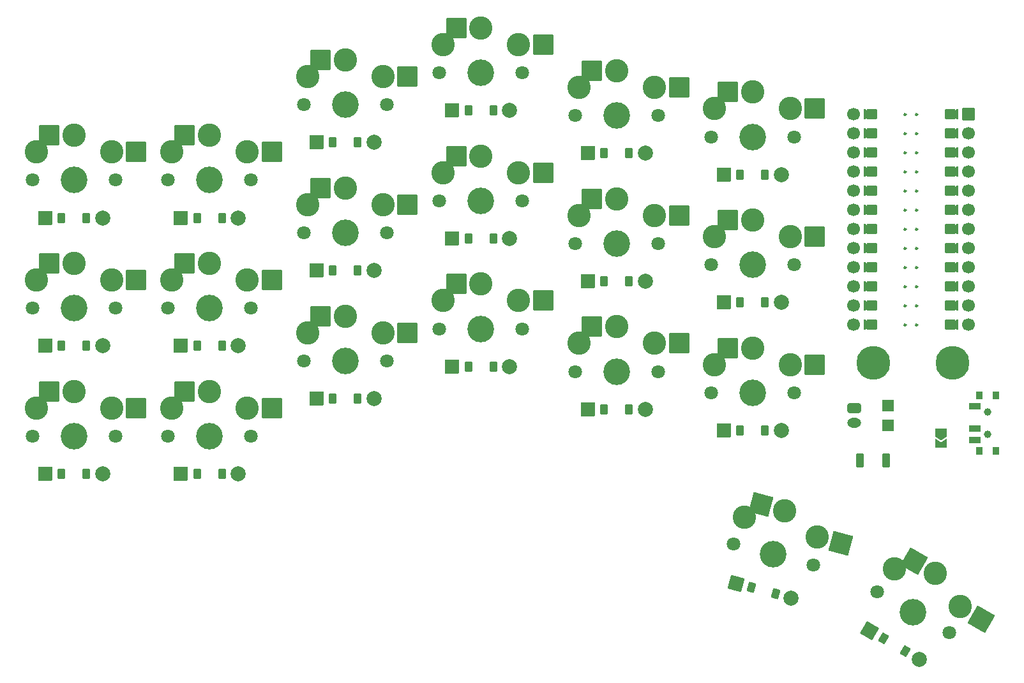
<source format=gbr>
%TF.GenerationSoftware,KiCad,Pcbnew,(7.0.0-0)*%
%TF.CreationDate,2023-02-19T20:14:33+01:00*%
%TF.ProjectId,karlkb_6x3,6b61726c-6b62-45f3-9678-332e6b696361,v0.1*%
%TF.SameCoordinates,Original*%
%TF.FileFunction,Soldermask,Bot*%
%TF.FilePolarity,Negative*%
%FSLAX46Y46*%
G04 Gerber Fmt 4.6, Leading zero omitted, Abs format (unit mm)*
G04 Created by KiCad (PCBNEW (7.0.0-0)) date 2023-02-19 20:14:33*
%MOMM*%
%LPD*%
G01*
G04 APERTURE LIST*
G04 Aperture macros list*
%AMRoundRect*
0 Rectangle with rounded corners*
0 $1 Rounding radius*
0 $2 $3 $4 $5 $6 $7 $8 $9 X,Y pos of 4 corners*
0 Add a 4 corners polygon primitive as box body*
4,1,4,$2,$3,$4,$5,$6,$7,$8,$9,$2,$3,0*
0 Add four circle primitives for the rounded corners*
1,1,$1+$1,$2,$3*
1,1,$1+$1,$4,$5*
1,1,$1+$1,$6,$7*
1,1,$1+$1,$8,$9*
0 Add four rect primitives between the rounded corners*
20,1,$1+$1,$2,$3,$4,$5,0*
20,1,$1+$1,$4,$5,$6,$7,0*
20,1,$1+$1,$6,$7,$8,$9,0*
20,1,$1+$1,$8,$9,$2,$3,0*%
%AMFreePoly0*
4,1,14,0.635355,0.435355,0.650000,0.400000,0.650000,0.200000,0.635355,0.164645,0.035355,-0.435355,0.000000,-0.450000,-0.035355,-0.435355,-0.635355,0.164645,-0.650000,0.200000,-0.650000,0.400000,-0.635355,0.435355,-0.600000,0.450000,0.600000,0.450000,0.635355,0.435355,0.635355,0.435355,$1*%
%AMFreePoly1*
4,1,16,0.635355,1.035355,0.650000,1.000000,0.650000,-0.250000,0.635355,-0.285355,0.600000,-0.300000,-0.600000,-0.300000,-0.635355,-0.285355,-0.650000,-0.250000,-0.650000,1.000000,-0.635355,1.035355,-0.600000,1.050000,-0.564645,1.035355,0.000000,0.470710,0.564645,1.035355,0.600000,1.050000,0.635355,1.035355,0.635355,1.035355,$1*%
%AMFreePoly2*
4,1,16,0.523593,0.794084,0.541603,0.777735,1.041603,0.027735,1.050000,0.000000,1.041603,-0.027735,0.541603,-0.777735,0.523593,-0.794084,0.500000,-0.800000,-0.500000,-0.800000,-0.535355,-0.785355,-0.550000,-0.750000,-0.550000,0.750000,-0.535355,0.785355,-0.500000,0.800000,0.500000,0.800000,0.523593,0.794084,0.523593,0.794084,$1*%
%AMFreePoly3*
4,1,16,0.535355,0.785355,0.550000,0.750000,0.550000,-0.750000,0.535355,-0.785355,0.500000,-0.800000,-0.650000,-0.800000,-0.682954,-0.787603,-0.699568,-0.756561,-0.691603,-0.722265,-0.210093,0.000000,-0.691603,0.722265,-0.699568,0.756561,-0.682954,0.787603,-0.650000,0.800000,0.500000,0.800000,0.535355,0.785355,0.535355,0.785355,$1*%
G04 Aperture macros list end*
%ADD10C,0.100000*%
%ADD11C,0.250000*%
%ADD12C,3.529000*%
%ADD13C,1.801800*%
%ADD14C,3.100000*%
%ADD15RoundRect,0.050000X-1.300000X-1.300000X1.300000X-1.300000X1.300000X1.300000X-1.300000X1.300000X0*%
%ADD16RoundRect,0.050000X-1.592168X-0.919239X0.919239X-1.592168X1.592168X0.919239X-0.919239X1.592168X0*%
%ADD17RoundRect,0.050000X-1.775833X-0.475833X0.475833X-1.775833X1.775833X0.475833X-0.475833X1.775833X0*%
%ADD18RoundRect,0.050000X-0.450000X-0.600000X0.450000X-0.600000X0.450000X0.600000X-0.450000X0.600000X0*%
%ADD19C,2.005000*%
%ADD20RoundRect,0.050000X-0.889000X-0.889000X0.889000X-0.889000X0.889000X0.889000X-0.889000X0.889000X0*%
%ADD21RoundRect,0.050000X-0.589958X-0.463087X0.279375X-0.696024X0.589958X0.463087X-0.279375X0.696024X0*%
%ADD22RoundRect,0.050000X-1.088798X-0.628618X0.628618X-1.088798X1.088798X0.628618X-0.628618X1.088798X0*%
%ADD23RoundRect,0.050000X-0.689711X-0.294615X0.089711X-0.744615X0.689711X0.294615X-0.089711X0.744615X0*%
%ADD24RoundRect,0.050000X-1.214397X-0.325397X0.325397X-1.214397X1.214397X0.325397X-0.325397X1.214397X0*%
%ADD25FreePoly0,270.000000*%
%ADD26FreePoly1,270.000000*%
%ADD27FreePoly1,90.000000*%
%ADD28FreePoly0,90.000000*%
%ADD29RoundRect,0.050000X-0.800000X0.800000X-0.800000X-0.800000X0.800000X-0.800000X0.800000X0.800000X0*%
%ADD30C,1.700000*%
%ADD31RoundRect,0.300000X-0.625000X-0.350000X0.625000X-0.350000X0.625000X0.350000X-0.625000X0.350000X0*%
%ADD32O,1.850000X1.300000*%
%ADD33RoundRect,0.050000X-0.750000X-0.750000X0.750000X-0.750000X0.750000X0.750000X-0.750000X0.750000X0*%
%ADD34FreePoly2,270.000000*%
%ADD35FreePoly3,270.000000*%
%ADD36C,1.000000*%
%ADD37RoundRect,0.050000X0.750000X-0.350000X0.750000X0.350000X-0.750000X0.350000X-0.750000X-0.350000X0*%
%ADD38RoundRect,0.050000X0.400000X-0.500000X0.400000X0.500000X-0.400000X0.500000X-0.400000X-0.500000X0*%
%ADD39RoundRect,0.050000X-0.450000X-0.850000X0.450000X-0.850000X0.450000X0.850000X-0.450000X0.850000X0*%
%ADD40C,4.500000*%
G04 APERTURE END LIST*
%TO.C,MCU1*%
G36*
X255920000Y-107788000D02*
G01*
X254904000Y-107788000D01*
X254904000Y-106772000D01*
X255920000Y-106772000D01*
X255920000Y-107788000D01*
G37*
D10*
X255920000Y-107788000D02*
X254904000Y-107788000D01*
X254904000Y-106772000D01*
X255920000Y-106772000D01*
X255920000Y-107788000D01*
G36*
X255920000Y-110328000D02*
G01*
X254904000Y-110328000D01*
X254904000Y-109312000D01*
X255920000Y-109312000D01*
X255920000Y-110328000D01*
G37*
X255920000Y-110328000D02*
X254904000Y-110328000D01*
X254904000Y-109312000D01*
X255920000Y-109312000D01*
X255920000Y-110328000D01*
G36*
X255920000Y-112868000D02*
G01*
X254904000Y-112868000D01*
X254904000Y-111852000D01*
X255920000Y-111852000D01*
X255920000Y-112868000D01*
G37*
X255920000Y-112868000D02*
X254904000Y-112868000D01*
X254904000Y-111852000D01*
X255920000Y-111852000D01*
X255920000Y-112868000D01*
G36*
X255920000Y-115408000D02*
G01*
X254904000Y-115408000D01*
X254904000Y-114392000D01*
X255920000Y-114392000D01*
X255920000Y-115408000D01*
G37*
X255920000Y-115408000D02*
X254904000Y-115408000D01*
X254904000Y-114392000D01*
X255920000Y-114392000D01*
X255920000Y-115408000D01*
G36*
X255920000Y-117948000D02*
G01*
X254904000Y-117948000D01*
X254904000Y-116932000D01*
X255920000Y-116932000D01*
X255920000Y-117948000D01*
G37*
X255920000Y-117948000D02*
X254904000Y-117948000D01*
X254904000Y-116932000D01*
X255920000Y-116932000D01*
X255920000Y-117948000D01*
G36*
X255920000Y-120488000D02*
G01*
X254904000Y-120488000D01*
X254904000Y-119472000D01*
X255920000Y-119472000D01*
X255920000Y-120488000D01*
G37*
X255920000Y-120488000D02*
X254904000Y-120488000D01*
X254904000Y-119472000D01*
X255920000Y-119472000D01*
X255920000Y-120488000D01*
G36*
X255920000Y-123028000D02*
G01*
X254904000Y-123028000D01*
X254904000Y-122012000D01*
X255920000Y-122012000D01*
X255920000Y-123028000D01*
G37*
X255920000Y-123028000D02*
X254904000Y-123028000D01*
X254904000Y-122012000D01*
X255920000Y-122012000D01*
X255920000Y-123028000D01*
G36*
X255920000Y-125568000D02*
G01*
X254904000Y-125568000D01*
X254904000Y-124552000D01*
X255920000Y-124552000D01*
X255920000Y-125568000D01*
G37*
X255920000Y-125568000D02*
X254904000Y-125568000D01*
X254904000Y-124552000D01*
X255920000Y-124552000D01*
X255920000Y-125568000D01*
G36*
X255920000Y-128108000D02*
G01*
X254904000Y-128108000D01*
X254904000Y-127092000D01*
X255920000Y-127092000D01*
X255920000Y-128108000D01*
G37*
X255920000Y-128108000D02*
X254904000Y-128108000D01*
X254904000Y-127092000D01*
X255920000Y-127092000D01*
X255920000Y-128108000D01*
G36*
X255920000Y-130648000D02*
G01*
X254904000Y-130648000D01*
X254904000Y-129632000D01*
X255920000Y-129632000D01*
X255920000Y-130648000D01*
G37*
X255920000Y-130648000D02*
X254904000Y-130648000D01*
X254904000Y-129632000D01*
X255920000Y-129632000D01*
X255920000Y-130648000D01*
G36*
X255920000Y-133188000D02*
G01*
X254904000Y-133188000D01*
X254904000Y-132172000D01*
X255920000Y-132172000D01*
X255920000Y-133188000D01*
G37*
X255920000Y-133188000D02*
X254904000Y-133188000D01*
X254904000Y-132172000D01*
X255920000Y-132172000D01*
X255920000Y-133188000D01*
G36*
X255920000Y-135728000D02*
G01*
X254904000Y-135728000D01*
X254904000Y-134712000D01*
X255920000Y-134712000D01*
X255920000Y-135728000D01*
G37*
X255920000Y-135728000D02*
X254904000Y-135728000D01*
X254904000Y-134712000D01*
X255920000Y-134712000D01*
X255920000Y-135728000D01*
G36*
X267096000Y-107788000D02*
G01*
X266080000Y-107788000D01*
X266080000Y-106772000D01*
X267096000Y-106772000D01*
X267096000Y-107788000D01*
G37*
X267096000Y-107788000D02*
X266080000Y-107788000D01*
X266080000Y-106772000D01*
X267096000Y-106772000D01*
X267096000Y-107788000D01*
G36*
X267096000Y-110328000D02*
G01*
X266080000Y-110328000D01*
X266080000Y-109312000D01*
X267096000Y-109312000D01*
X267096000Y-110328000D01*
G37*
X267096000Y-110328000D02*
X266080000Y-110328000D01*
X266080000Y-109312000D01*
X267096000Y-109312000D01*
X267096000Y-110328000D01*
G36*
X267096000Y-112868000D02*
G01*
X266080000Y-112868000D01*
X266080000Y-111852000D01*
X267096000Y-111852000D01*
X267096000Y-112868000D01*
G37*
X267096000Y-112868000D02*
X266080000Y-112868000D01*
X266080000Y-111852000D01*
X267096000Y-111852000D01*
X267096000Y-112868000D01*
G36*
X267096000Y-115408000D02*
G01*
X266080000Y-115408000D01*
X266080000Y-114392000D01*
X267096000Y-114392000D01*
X267096000Y-115408000D01*
G37*
X267096000Y-115408000D02*
X266080000Y-115408000D01*
X266080000Y-114392000D01*
X267096000Y-114392000D01*
X267096000Y-115408000D01*
G36*
X267096000Y-117948000D02*
G01*
X266080000Y-117948000D01*
X266080000Y-116932000D01*
X267096000Y-116932000D01*
X267096000Y-117948000D01*
G37*
X267096000Y-117948000D02*
X266080000Y-117948000D01*
X266080000Y-116932000D01*
X267096000Y-116932000D01*
X267096000Y-117948000D01*
G36*
X267096000Y-120488000D02*
G01*
X266080000Y-120488000D01*
X266080000Y-119472000D01*
X267096000Y-119472000D01*
X267096000Y-120488000D01*
G37*
X267096000Y-120488000D02*
X266080000Y-120488000D01*
X266080000Y-119472000D01*
X267096000Y-119472000D01*
X267096000Y-120488000D01*
G36*
X267096000Y-123028000D02*
G01*
X266080000Y-123028000D01*
X266080000Y-122012000D01*
X267096000Y-122012000D01*
X267096000Y-123028000D01*
G37*
X267096000Y-123028000D02*
X266080000Y-123028000D01*
X266080000Y-122012000D01*
X267096000Y-122012000D01*
X267096000Y-123028000D01*
G36*
X267096000Y-125568000D02*
G01*
X266080000Y-125568000D01*
X266080000Y-124552000D01*
X267096000Y-124552000D01*
X267096000Y-125568000D01*
G37*
X267096000Y-125568000D02*
X266080000Y-125568000D01*
X266080000Y-124552000D01*
X267096000Y-124552000D01*
X267096000Y-125568000D01*
G36*
X267096000Y-128108000D02*
G01*
X266080000Y-128108000D01*
X266080000Y-127092000D01*
X267096000Y-127092000D01*
X267096000Y-128108000D01*
G37*
X267096000Y-128108000D02*
X266080000Y-128108000D01*
X266080000Y-127092000D01*
X267096000Y-127092000D01*
X267096000Y-128108000D01*
G36*
X267096000Y-130648000D02*
G01*
X266080000Y-130648000D01*
X266080000Y-129632000D01*
X267096000Y-129632000D01*
X267096000Y-130648000D01*
G37*
X267096000Y-130648000D02*
X266080000Y-130648000D01*
X266080000Y-129632000D01*
X267096000Y-129632000D01*
X267096000Y-130648000D01*
G36*
X267096000Y-133188000D02*
G01*
X266080000Y-133188000D01*
X266080000Y-132172000D01*
X267096000Y-132172000D01*
X267096000Y-133188000D01*
G37*
X267096000Y-133188000D02*
X266080000Y-133188000D01*
X266080000Y-132172000D01*
X267096000Y-132172000D01*
X267096000Y-133188000D01*
G36*
X267096000Y-135728000D02*
G01*
X266080000Y-135728000D01*
X266080000Y-134712000D01*
X267096000Y-134712000D01*
X267096000Y-135728000D01*
G37*
X267096000Y-135728000D02*
X266080000Y-135728000D01*
X266080000Y-134712000D01*
X267096000Y-134712000D01*
X267096000Y-135728000D01*
D11*
X261887000Y-107280000D02*
G75*
G03*
X261887000Y-107280000I-125000J0D01*
G01*
X260363000Y-107280000D02*
G75*
G03*
X260363000Y-107280000I-125000J0D01*
G01*
X260363000Y-109820000D02*
G75*
G03*
X260363000Y-109820000I-125000J0D01*
G01*
X261887000Y-109820000D02*
G75*
G03*
X261887000Y-109820000I-125000J0D01*
G01*
X261887000Y-112360000D02*
G75*
G03*
X261887000Y-112360000I-125000J0D01*
G01*
X260363000Y-112360000D02*
G75*
G03*
X260363000Y-112360000I-125000J0D01*
G01*
X261887000Y-114900000D02*
G75*
G03*
X261887000Y-114900000I-125000J0D01*
G01*
X260363000Y-114900000D02*
G75*
G03*
X260363000Y-114900000I-125000J0D01*
G01*
X261887000Y-117440000D02*
G75*
G03*
X261887000Y-117440000I-125000J0D01*
G01*
X260363000Y-117440000D02*
G75*
G03*
X260363000Y-117440000I-125000J0D01*
G01*
X261887000Y-119980000D02*
G75*
G03*
X261887000Y-119980000I-125000J0D01*
G01*
X260363000Y-119980000D02*
G75*
G03*
X260363000Y-119980000I-125000J0D01*
G01*
X261887000Y-122520000D02*
G75*
G03*
X261887000Y-122520000I-125000J0D01*
G01*
X260363000Y-122520000D02*
G75*
G03*
X260363000Y-122520000I-125000J0D01*
G01*
X261887000Y-125060000D02*
G75*
G03*
X261887000Y-125060000I-125000J0D01*
G01*
X260363000Y-125060000D02*
G75*
G03*
X260363000Y-125060000I-125000J0D01*
G01*
X261887000Y-127600000D02*
G75*
G03*
X261887000Y-127600000I-125000J0D01*
G01*
X260363000Y-127600000D02*
G75*
G03*
X260363000Y-127600000I-125000J0D01*
G01*
X261887000Y-130140000D02*
G75*
G03*
X261887000Y-130140000I-125000J0D01*
G01*
X260363000Y-130140000D02*
G75*
G03*
X260363000Y-130140000I-125000J0D01*
G01*
X261887000Y-132680000D02*
G75*
G03*
X261887000Y-132680000I-125000J0D01*
G01*
X260363000Y-132680000D02*
G75*
G03*
X260363000Y-132680000I-125000J0D01*
G01*
X261887000Y-135220000D02*
G75*
G03*
X261887000Y-135220000I-125000J0D01*
G01*
X260363000Y-135220000D02*
G75*
G03*
X260363000Y-135220000I-125000J0D01*
G01*
%TD*%
D12*
%TO.C,S1*%
X150000000Y-150000000D03*
D13*
X155500000Y-150000000D03*
X144500000Y-150000000D03*
D14*
X155000000Y-146250000D03*
X150000000Y-144050000D03*
D15*
X146725000Y-144050000D03*
X158275000Y-146250000D03*
D14*
X145000000Y-146250000D03*
X150000000Y-144050000D03*
%TD*%
D12*
%TO.C,S2*%
X150000000Y-133000000D03*
D13*
X155500000Y-133000000D03*
X144500000Y-133000000D03*
D14*
X155000000Y-129250000D03*
X150000000Y-127050000D03*
D15*
X146725000Y-127050000D03*
X158275000Y-129250000D03*
D14*
X145000000Y-129250000D03*
X150000000Y-127050000D03*
%TD*%
D12*
%TO.C,S3*%
X150000000Y-116000000D03*
D13*
X155500000Y-116000000D03*
X144500000Y-116000000D03*
D14*
X155000000Y-112250000D03*
X150000000Y-110050000D03*
D15*
X146725000Y-110050000D03*
X158275000Y-112250000D03*
D14*
X145000000Y-112250000D03*
X150000000Y-110050000D03*
%TD*%
D12*
%TO.C,S4*%
X168000000Y-150000000D03*
D13*
X173500000Y-150000000D03*
X162500000Y-150000000D03*
D14*
X173000000Y-146250000D03*
X168000000Y-144050000D03*
D15*
X164725000Y-144050000D03*
X176275000Y-146250000D03*
D14*
X163000000Y-146250000D03*
X168000000Y-144050000D03*
%TD*%
D12*
%TO.C,S5*%
X168000000Y-133000000D03*
D13*
X173500000Y-133000000D03*
X162500000Y-133000000D03*
D14*
X173000000Y-129250000D03*
X168000000Y-127050000D03*
D15*
X164725000Y-127050000D03*
X176275000Y-129250000D03*
D14*
X163000000Y-129250000D03*
X168000000Y-127050000D03*
%TD*%
D12*
%TO.C,S6*%
X168000000Y-116000000D03*
D13*
X173500000Y-116000000D03*
X162500000Y-116000000D03*
D14*
X173000000Y-112250000D03*
X168000000Y-110050000D03*
D15*
X164725000Y-110050000D03*
X176275000Y-112250000D03*
D14*
X163000000Y-112250000D03*
X168000000Y-110050000D03*
%TD*%
D12*
%TO.C,S7*%
X186000000Y-140000000D03*
D13*
X191500000Y-140000000D03*
X180500000Y-140000000D03*
D14*
X191000000Y-136250000D03*
X186000000Y-134050000D03*
D15*
X182725000Y-134050000D03*
X194275000Y-136250000D03*
D14*
X181000000Y-136250000D03*
X186000000Y-134050000D03*
%TD*%
D12*
%TO.C,S8*%
X186000000Y-123000000D03*
D13*
X191500000Y-123000000D03*
X180500000Y-123000000D03*
D14*
X191000000Y-119250000D03*
X186000000Y-117050000D03*
D15*
X182725000Y-117050000D03*
X194275000Y-119250000D03*
D14*
X181000000Y-119250000D03*
X186000000Y-117050000D03*
%TD*%
D12*
%TO.C,S9*%
X186000000Y-106000000D03*
D13*
X191500000Y-106000000D03*
X180500000Y-106000000D03*
D14*
X191000000Y-102250000D03*
X186000000Y-100050000D03*
D15*
X182725000Y-100050000D03*
X194275000Y-102250000D03*
D14*
X181000000Y-102250000D03*
X186000000Y-100050000D03*
%TD*%
D12*
%TO.C,S10*%
X204000000Y-135750000D03*
D13*
X209500000Y-135750000D03*
X198500000Y-135750000D03*
D14*
X209000000Y-132000000D03*
X204000000Y-129800000D03*
D15*
X200725000Y-129800000D03*
X212275000Y-132000000D03*
D14*
X199000000Y-132000000D03*
X204000000Y-129800000D03*
%TD*%
D12*
%TO.C,S11*%
X204000000Y-118750000D03*
D13*
X209500000Y-118750000D03*
X198500000Y-118750000D03*
D14*
X209000000Y-115000000D03*
X204000000Y-112800000D03*
D15*
X200725000Y-112800000D03*
X212275000Y-115000000D03*
D14*
X199000000Y-115000000D03*
X204000000Y-112800000D03*
%TD*%
D12*
%TO.C,S12*%
X204000000Y-101750000D03*
D13*
X209500000Y-101750000D03*
X198500000Y-101750000D03*
D14*
X209000000Y-98000000D03*
X204000000Y-95800000D03*
D15*
X200725000Y-95800000D03*
X212275000Y-98000000D03*
D14*
X199000000Y-98000000D03*
X204000000Y-95800000D03*
%TD*%
D12*
%TO.C,S13*%
X222000000Y-141416667D03*
D13*
X227500000Y-141416667D03*
X216500000Y-141416667D03*
D14*
X227000000Y-137666667D03*
X222000000Y-135466667D03*
D15*
X218725000Y-135466667D03*
X230275000Y-137666667D03*
D14*
X217000000Y-137666667D03*
X222000000Y-135466667D03*
%TD*%
D12*
%TO.C,S14*%
X222000000Y-124416667D03*
D13*
X227500000Y-124416667D03*
X216500000Y-124416667D03*
D14*
X227000000Y-120666667D03*
X222000000Y-118466667D03*
D15*
X218725000Y-118466667D03*
X230275000Y-120666667D03*
D14*
X217000000Y-120666667D03*
X222000000Y-118466667D03*
%TD*%
D12*
%TO.C,S15*%
X222000000Y-107416667D03*
D13*
X227500000Y-107416667D03*
X216500000Y-107416667D03*
D14*
X227000000Y-103666667D03*
X222000000Y-101466667D03*
D15*
X218725000Y-101466667D03*
X230275000Y-103666667D03*
D14*
X217000000Y-103666667D03*
X222000000Y-101466667D03*
%TD*%
D12*
%TO.C,S16*%
X240000000Y-144250000D03*
D13*
X245500000Y-144250000D03*
X234500000Y-144250000D03*
D14*
X245000000Y-140500000D03*
X240000000Y-138300000D03*
D15*
X236725000Y-138300000D03*
X248275000Y-140500000D03*
D14*
X235000000Y-140500000D03*
X240000000Y-138300000D03*
%TD*%
D12*
%TO.C,S17*%
X240000000Y-127250000D03*
D13*
X245500000Y-127250000D03*
X234500000Y-127250000D03*
D14*
X245000000Y-123500000D03*
X240000000Y-121300000D03*
D15*
X236725000Y-121300000D03*
X248275000Y-123500000D03*
D14*
X235000000Y-123500000D03*
X240000000Y-121300000D03*
%TD*%
D12*
%TO.C,S18*%
X240000000Y-110250000D03*
D13*
X245500000Y-110250000D03*
X234500000Y-110250000D03*
D14*
X245000000Y-106500000D03*
X240000000Y-104300000D03*
D15*
X236725000Y-104300000D03*
X248275000Y-106500000D03*
D14*
X235000000Y-106500000D03*
X240000000Y-104300000D03*
%TD*%
D12*
%TO.C,S19*%
X242773279Y-165684854D03*
D13*
X248085871Y-167108359D03*
X237460687Y-164261349D03*
D14*
X248573480Y-163356727D03*
X244313252Y-159937595D03*
D16*
X241149845Y-159089963D03*
X251736887Y-164204360D03*
D14*
X238914221Y-160768537D03*
X244313252Y-159937595D03*
%TD*%
D12*
%TO.C,S20*%
X261310878Y-173363379D03*
D13*
X266074018Y-176113379D03*
X256547738Y-170613379D03*
D14*
X267516005Y-172615784D03*
X264285878Y-168210528D03*
D17*
X261449645Y-166573028D03*
X270352238Y-174253284D03*
D14*
X258855751Y-167615784D03*
X264285878Y-168210528D03*
%TD*%
D18*
%TO.C,D1*%
X151650000Y-155000000D03*
X148350000Y-155000000D03*
D19*
X153810000Y-155000000D03*
D20*
X146190000Y-155000000D03*
%TD*%
D18*
%TO.C,D2*%
X151650000Y-138000000D03*
X148350000Y-138000000D03*
D19*
X153810000Y-138000000D03*
D20*
X146190000Y-138000000D03*
%TD*%
D18*
%TO.C,D3*%
X151650000Y-121000000D03*
X148350000Y-121000000D03*
D19*
X153810000Y-121000000D03*
D20*
X146190000Y-121000000D03*
%TD*%
D18*
%TO.C,D4*%
X169650000Y-155000000D03*
X166350000Y-155000000D03*
D19*
X171810000Y-155000000D03*
D20*
X164190000Y-155000000D03*
%TD*%
D18*
%TO.C,D5*%
X169650000Y-138000000D03*
X166350000Y-138000000D03*
D19*
X171810000Y-138000000D03*
D20*
X164190000Y-138000000D03*
%TD*%
D18*
%TO.C,D6*%
X169650000Y-121000000D03*
X166350000Y-121000000D03*
D19*
X171810000Y-121000000D03*
D20*
X164190000Y-121000000D03*
%TD*%
D18*
%TO.C,D7*%
X187650000Y-145000000D03*
X184350000Y-145000000D03*
D19*
X189810000Y-145000000D03*
D20*
X182190000Y-145000000D03*
%TD*%
D18*
%TO.C,D8*%
X187650000Y-128000000D03*
X184350000Y-128000000D03*
D19*
X189810000Y-128000000D03*
D20*
X182190000Y-128000000D03*
%TD*%
D18*
%TO.C,D9*%
X187650000Y-111000000D03*
X184350000Y-111000000D03*
D19*
X189810000Y-111000000D03*
D20*
X182190000Y-111000000D03*
%TD*%
D18*
%TO.C,D10*%
X205650000Y-140750000D03*
X202350000Y-140750000D03*
D19*
X207810000Y-140750000D03*
D20*
X200190000Y-140750000D03*
%TD*%
D18*
%TO.C,D11*%
X205650000Y-123750000D03*
X202350000Y-123750000D03*
D19*
X207810000Y-123750000D03*
D20*
X200190000Y-123750000D03*
%TD*%
D18*
%TO.C,D12*%
X205650000Y-106750000D03*
X202350000Y-106750000D03*
D19*
X207810000Y-106750000D03*
D20*
X200190000Y-106750000D03*
%TD*%
D18*
%TO.C,D13*%
X223650000Y-146416667D03*
X220350000Y-146416667D03*
D19*
X225810000Y-146416667D03*
D20*
X218190000Y-146416667D03*
%TD*%
D18*
%TO.C,D14*%
X223650000Y-129416667D03*
X220350000Y-129416667D03*
D19*
X225810000Y-129416667D03*
D20*
X218190000Y-129416667D03*
%TD*%
D18*
%TO.C,D15*%
X223650000Y-112416667D03*
X220350000Y-112416667D03*
D19*
X225810000Y-112416667D03*
D20*
X218190000Y-112416667D03*
%TD*%
D18*
%TO.C,D16*%
X241650000Y-149250000D03*
X238350000Y-149250000D03*
D19*
X243810000Y-149250000D03*
D20*
X236190000Y-149250000D03*
%TD*%
D18*
%TO.C,D17*%
X241650000Y-132250000D03*
X238350000Y-132250000D03*
D19*
X243810000Y-132250000D03*
D20*
X236190000Y-132250000D03*
%TD*%
D18*
%TO.C,D18*%
X241650000Y-115250000D03*
X238350000Y-115250000D03*
D19*
X243810000Y-115250000D03*
D20*
X236190000Y-115250000D03*
%TD*%
D21*
%TO.C,D19*%
X243072962Y-170941534D03*
X239885406Y-170087432D03*
D19*
X245159361Y-171500584D03*
D22*
X237799007Y-169528382D03*
%TD*%
D23*
%TO.C,D20*%
X260239820Y-178518506D03*
X257381936Y-176868506D03*
D19*
X262110435Y-179598506D03*
D24*
X255511321Y-175788506D03*
%TD*%
D25*
%TO.C,MCU1*%
X266842000Y-135220000D03*
D26*
X265826000Y-135220000D03*
D25*
X266842000Y-132680000D03*
D26*
X265826000Y-132680000D03*
D25*
X266842000Y-130140000D03*
D26*
X265826000Y-130140000D03*
D25*
X266842000Y-127600000D03*
D26*
X265826000Y-127600000D03*
D25*
X266842000Y-125060000D03*
D26*
X265826000Y-125060000D03*
D25*
X266842000Y-122520000D03*
D26*
X265826000Y-122520000D03*
D25*
X266842000Y-119980000D03*
D26*
X265826000Y-119980000D03*
D25*
X266842000Y-117440000D03*
D26*
X265826000Y-117440000D03*
D25*
X266842000Y-114900000D03*
D26*
X265826000Y-114900000D03*
D25*
X266842000Y-112360000D03*
D26*
X265826000Y-112360000D03*
D25*
X266842000Y-109820000D03*
D26*
X265826000Y-109820000D03*
X265826000Y-107280000D03*
D25*
X266842000Y-107280000D03*
D27*
X256174000Y-135220000D03*
D28*
X255158000Y-135220000D03*
D27*
X256174000Y-132680000D03*
D28*
X255158000Y-132680000D03*
D27*
X256174000Y-130140000D03*
D28*
X255158000Y-130140000D03*
D27*
X256174000Y-127600000D03*
D28*
X255158000Y-127600000D03*
D27*
X256174000Y-125060000D03*
D28*
X255158000Y-125060000D03*
D27*
X256174000Y-122520000D03*
D28*
X255158000Y-122520000D03*
D27*
X256174000Y-119980000D03*
D28*
X255158000Y-119980000D03*
D27*
X256174000Y-117440000D03*
D28*
X255158000Y-117440000D03*
D27*
X256174000Y-114900000D03*
D28*
X255158000Y-114900000D03*
D27*
X256174000Y-112360000D03*
D28*
X255158000Y-112360000D03*
D27*
X256174000Y-109820000D03*
D28*
X255158000Y-109820000D03*
X255158000Y-107280000D03*
D27*
X256174000Y-107280000D03*
D29*
X268620000Y-107280000D03*
D30*
X268620000Y-107280000D03*
X268620000Y-109820000D03*
X268620000Y-112360000D03*
X268620000Y-114900000D03*
X268620000Y-117440000D03*
X268620000Y-119980000D03*
X268620000Y-122520000D03*
X268620000Y-125060000D03*
X268620000Y-127600000D03*
X268620000Y-130140000D03*
X268620000Y-132680000D03*
X268620000Y-135220000D03*
X253380000Y-135220000D03*
X253380000Y-132680000D03*
X253380000Y-130140000D03*
X253380000Y-127600000D03*
X253380000Y-125060000D03*
X253380000Y-122520000D03*
X253380000Y-119980000D03*
X253380000Y-117440000D03*
X253380000Y-114900000D03*
X253380000Y-112360000D03*
X253380000Y-109820000D03*
X253380000Y-107280000D03*
%TD*%
D31*
%TO.C,_2*%
X253500000Y-146250000D03*
D32*
X253499999Y-148249999D03*
%TD*%
D33*
%TO.C,PAD1*%
X258000000Y-145950000D03*
%TD*%
%TO.C,PAD2*%
X258000000Y-148550000D03*
%TD*%
D34*
%TO.C,J1*%
X265000000Y-149525000D03*
D35*
X265000000Y-150975000D03*
%TD*%
D36*
%TO.C,_3*%
X271230000Y-149750000D03*
X271230000Y-146750000D03*
X271230000Y-149750000D03*
X271230000Y-146750000D03*
D37*
X269470000Y-146000000D03*
X269470000Y-149000000D03*
X269470000Y-150500000D03*
D38*
X272330000Y-144600000D03*
X272330000Y-151900000D03*
X270120000Y-151900000D03*
X270120000Y-144600000D03*
%TD*%
D39*
%TO.C,_4_B*%
X254300000Y-153250000D03*
X257700000Y-153250000D03*
%TD*%
D40*
%TO.C,_73*%
X256000000Y-140250000D03*
%TD*%
%TO.C,_74*%
X266500000Y-140250000D03*
%TD*%
M02*

</source>
